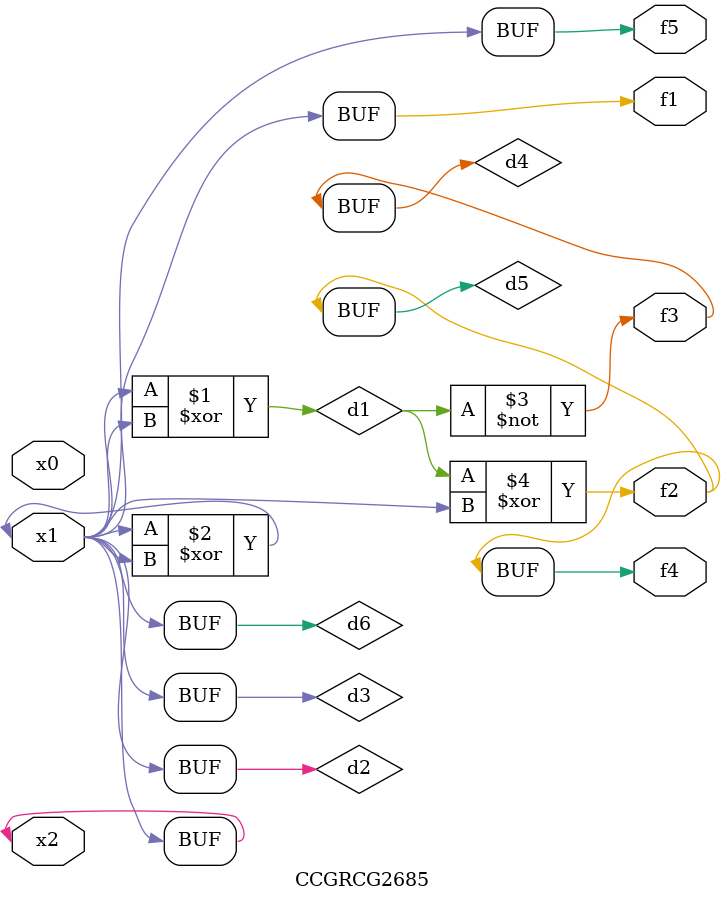
<source format=v>
module CCGRCG2685(
	input x0, x1, x2,
	output f1, f2, f3, f4, f5
);

	wire d1, d2, d3, d4, d5, d6;

	xor (d1, x1, x2);
	buf (d2, x1, x2);
	xor (d3, x1, x2);
	nor (d4, d1);
	xor (d5, d1, d2);
	buf (d6, d2, d3);
	assign f1 = d6;
	assign f2 = d5;
	assign f3 = d4;
	assign f4 = d5;
	assign f5 = d6;
endmodule

</source>
